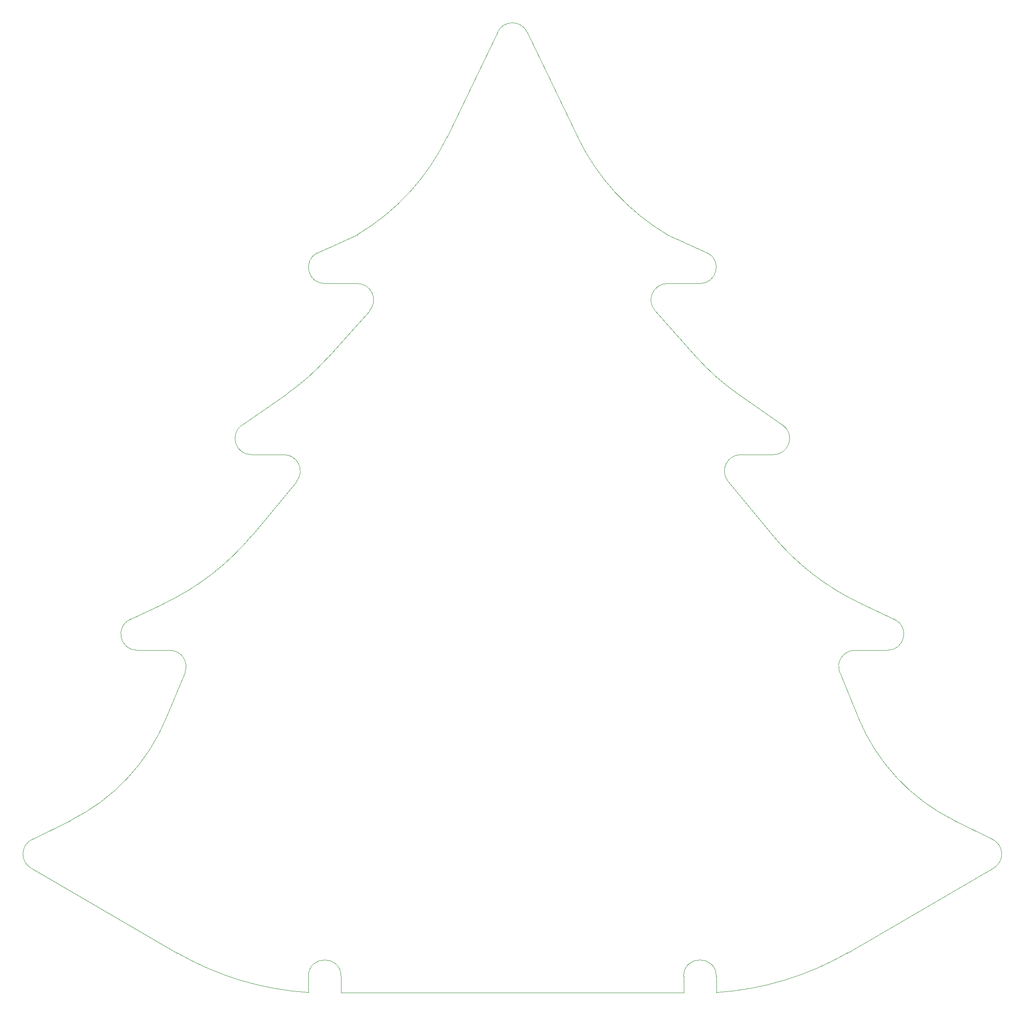
<source format=gbr>
%TF.GenerationSoftware,KiCad,Pcbnew,(2017-08-01 revision 9cbcb3224)-makepkg*%
%TF.CreationDate,2017-09-11T21:28:14-06:00*%
%TF.ProjectId,Christmas_Tree_Disco,4368726973746D61735F547265655F44,V1.0*%
%TF.SameCoordinates,Original*%
%TF.FileFunction,Profile,NP*%
%FSLAX46Y46*%
G04 Gerber Fmt 4.6, Leading zero omitted, Abs format (unit mm)*
G04 Created by KiCad (PCBNEW (2017-08-01 revision 9cbcb3224)-makepkg) date 09/11/17 21:28:14*
%MOMM*%
%LPD*%
G01*
G04 APERTURE LIST*
%ADD10C,0.100000*%
G04 APERTURE END LIST*
D10*
X72396959Y-92152285D02*
G75*
G02X64426299Y-99229931I-33979459J30239785D01*
G01*
X55652073Y-105345225D02*
X64426299Y-99229931D01*
X57467500Y-111125000D02*
G75*
G02X55652073Y-105345225I0J3175000D01*
G01*
X63817500Y-111125000D02*
X57467500Y-111125000D01*
X68580000Y-212725000D02*
G75*
G02X74930000Y-212725000I3175000J0D01*
G01*
X74930000Y-215900000D02*
X74930000Y-212725000D01*
X14597139Y-191657577D02*
G75*
G02X14787361Y-186065359I1595361J2745077D01*
G01*
X43027434Y-208180452D02*
X14597139Y-191657577D01*
X138430000Y-68262500D02*
G75*
G02X120967500Y-49212500I22759647J38391655D01*
G01*
X111146681Y-28824238D02*
X120967500Y-49212500D01*
X141605000Y-215900000D02*
X74930000Y-215900000D01*
X141605000Y-212725000D02*
X141605000Y-215900000D01*
X160882927Y-105345225D02*
G75*
G02X159067500Y-111125000I-1815427J-2604775D01*
G01*
X152108701Y-99229931D02*
X160882927Y-105345225D01*
X150267128Y-116318986D02*
G75*
G02X152717500Y-111125000I2450372J2018986D01*
G01*
X159067500Y-111125000D02*
X152717500Y-111125000D01*
X40924709Y-162374187D02*
G75*
G02X22231906Y-182391280I-35844709J14736687D01*
G01*
X14787361Y-186065359D02*
X22231906Y-182391280D01*
X71755000Y-77787500D02*
G75*
G02X70304287Y-71788309I0J3175000D01*
G01*
X78105000Y-77787500D02*
X71755000Y-77787500D01*
X172005987Y-153607276D02*
G75*
G02X174942500Y-149225000I2936513J1207276D01*
G01*
X181292500Y-149225000D02*
X174942500Y-149225000D01*
X68580000Y-215900000D02*
G75*
G02X43027434Y-208180452I3712847J58440637D01*
G01*
X68580000Y-212725000D02*
X68580000Y-215900000D01*
X95567500Y-49212500D02*
G75*
G02X78105000Y-68262500I-40222147J19341655D01*
G01*
X70304287Y-71788309D02*
X78105000Y-68262500D01*
X146230713Y-71788309D02*
G75*
G02X144780000Y-77787500I-1450713J-2824191D01*
G01*
X138430000Y-68262500D02*
X146230713Y-71788309D01*
X136058217Y-83073252D02*
G75*
G02X138430000Y-77787500I2371783J2110752D01*
G01*
X144780000Y-77787500D02*
X138430000Y-77787500D01*
X105388319Y-28824238D02*
G75*
G02X111146681Y-28824238I2879181J-1338262D01*
G01*
X95567500Y-49212500D02*
X105388319Y-28824238D01*
X194303094Y-182391280D02*
G75*
G02X175610291Y-162374187I17151906J34753780D01*
G01*
X172005987Y-153607276D02*
X175610291Y-162374187D01*
X176177677Y-140153092D02*
G75*
G02X158810109Y-126687298I21131162J45186857D01*
G01*
X150267128Y-116318986D02*
X158810109Y-126687298D01*
X182637459Y-143173942D02*
G75*
G02X181292500Y-149225000I-1344959J-2876058D01*
G01*
X176177677Y-140153092D02*
X182637459Y-143173942D01*
X173507566Y-208180452D02*
G75*
G02X147955000Y-215900000I-29265413J50721089D01*
G01*
X201937861Y-191657577D02*
X173507566Y-208180452D01*
X63817500Y-111125000D02*
G75*
G02X66267872Y-116318986I0J-3175000D01*
G01*
X57724891Y-126687298D02*
X66267872Y-116318986D01*
X78105000Y-77787499D02*
G75*
G02X80476783Y-83073252I0J-3175001D01*
G01*
X72396960Y-92152285D02*
X80476783Y-83073252D01*
X152108700Y-99229931D02*
G75*
G02X144138040Y-92152285I26008800J37317431D01*
G01*
X136058217Y-83073252D02*
X144138040Y-92152285D01*
X141605000Y-212725000D02*
G75*
G02X147955000Y-212725000I3175000J0D01*
G01*
X147955000Y-215900000D02*
X147955000Y-212725000D01*
X201747638Y-186065359D02*
G75*
G02X201937861Y-191657577I-1405138J-2847141D01*
G01*
X194303094Y-182391280D02*
X201747639Y-186065359D01*
X41592500Y-149225000D02*
G75*
G02X44529013Y-153607276I0J-3175000D01*
G01*
X40924709Y-162374187D02*
X44529013Y-153607276D01*
X35242500Y-149225000D02*
G75*
G02X33897541Y-143173942I0J3175000D01*
G01*
X41592500Y-149225000D02*
X35242500Y-149225000D01*
X57724891Y-126687298D02*
G75*
G02X40357323Y-140153092I-38498730J31721063D01*
G01*
X33897541Y-143173942D02*
X40357323Y-140153092D01*
M02*

</source>
